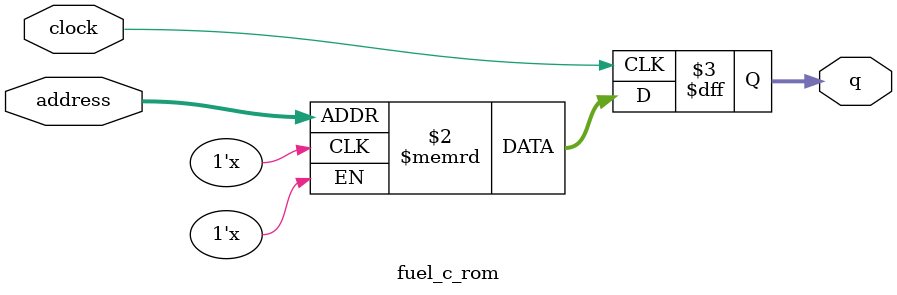
<source format=sv>
module fuel_c_rom (
	input logic clock,
	input logic [9:0] address,
	output logic [2:0] q
);

logic [2:0] memory [0:967] /* synthesis ram_init_file = "./fuel_c/fuel_c.mif" */;

always_ff @ (posedge clock) begin
	q <= memory[address];
end

endmodule

</source>
